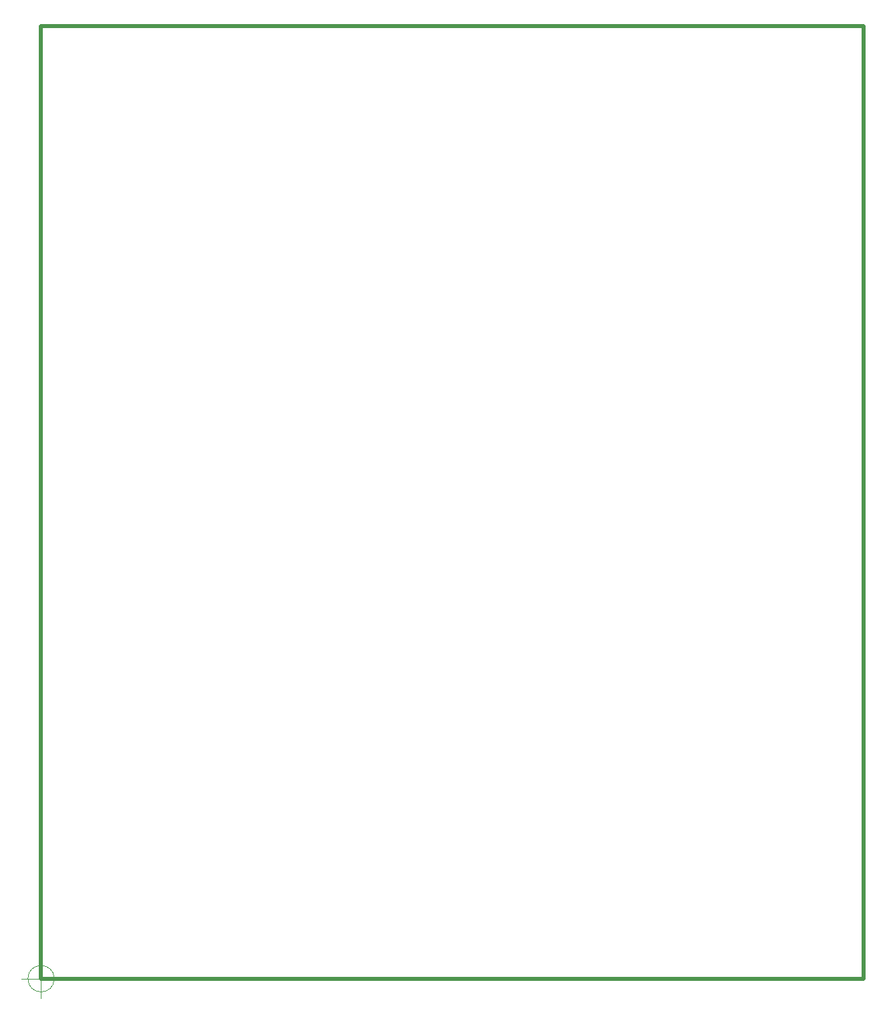
<source format=gbr>
G04 #@! TF.GenerationSoftware,KiCad,Pcbnew,(5.1.9)-1*
G04 #@! TF.CreationDate,2021-05-11T09:04:57+02:00*
G04 #@! TF.ProjectId,SIOMv01,53494f4d-7630-4312-9e6b-696361645f70,rev?*
G04 #@! TF.SameCoordinates,Original*
G04 #@! TF.FileFunction,Profile,NP*
%FSLAX46Y46*%
G04 Gerber Fmt 4.6, Leading zero omitted, Abs format (unit mm)*
G04 Created by KiCad (PCBNEW (5.1.9)-1) date 2021-05-11 09:04:57*
%MOMM*%
%LPD*%
G01*
G04 APERTURE LIST*
G04 #@! TA.AperFunction,Profile*
%ADD10C,0.500000*%
G04 #@! TD*
G04 #@! TA.AperFunction,Profile*
%ADD11C,0.050000*%
G04 #@! TD*
G04 APERTURE END LIST*
D10*
X121920000Y-180340000D02*
X121920000Y-59690000D01*
X17780000Y-59690000D02*
X17780000Y-180340000D01*
X17780000Y-180340000D02*
X121920000Y-180340000D01*
D11*
X19446666Y-180340000D02*
G75*
G03*
X19446666Y-180340000I-1666666J0D01*
G01*
X15280000Y-180340000D02*
X20280000Y-180340000D01*
X17780000Y-177840000D02*
X17780000Y-182840000D01*
X19446666Y-180340000D02*
G75*
G03*
X19446666Y-180340000I-1666666J0D01*
G01*
X15280000Y-180340000D02*
X20280000Y-180340000D01*
X17780000Y-177840000D02*
X17780000Y-182840000D01*
D10*
X121920000Y-59690000D02*
X17780000Y-59690000D01*
M02*

</source>
